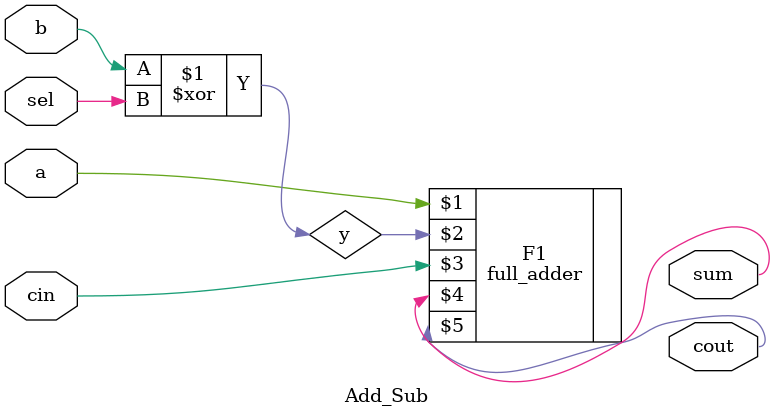
<source format=v>
`timescale 1ns / 1ps
module Add_Sub(
	input a,
	input b,
	input cin,
	input sel,
	output cout,
	output sum
    );
	 wire y;
	 xor (y , b , sel);
	 full_adder F1(a , y , cin , sum , cout);


endmodule

</source>
